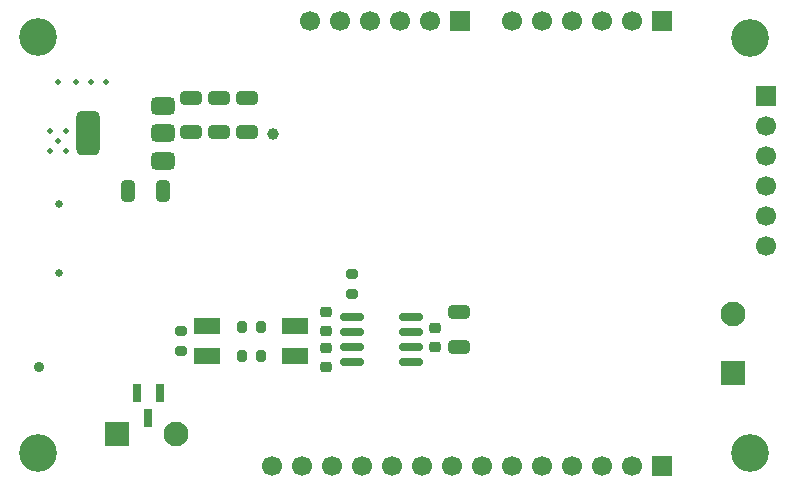
<source format=gbr>
%TF.GenerationSoftware,KiCad,Pcbnew,9.0.2*%
%TF.CreationDate,2025-09-25T10:32:18+03:00*%
%TF.ProjectId,uPIC46,75504943-3436-42e6-9b69-6361645f7063,V0*%
%TF.SameCoordinates,Original*%
%TF.FileFunction,Soldermask,Bot*%
%TF.FilePolarity,Negative*%
%FSLAX46Y46*%
G04 Gerber Fmt 4.6, Leading zero omitted, Abs format (unit mm)*
G04 Created by KiCad (PCBNEW 9.0.2) date 2025-09-25 10:32:18*
%MOMM*%
%LPD*%
G01*
G04 APERTURE LIST*
G04 Aperture macros list*
%AMRoundRect*
0 Rectangle with rounded corners*
0 $1 Rounding radius*
0 $2 $3 $4 $5 $6 $7 $8 $9 X,Y pos of 4 corners*
0 Add a 4 corners polygon primitive as box body*
4,1,4,$2,$3,$4,$5,$6,$7,$8,$9,$2,$3,0*
0 Add four circle primitives for the rounded corners*
1,1,$1+$1,$2,$3*
1,1,$1+$1,$4,$5*
1,1,$1+$1,$6,$7*
1,1,$1+$1,$8,$9*
0 Add four rect primitives between the rounded corners*
20,1,$1+$1,$2,$3,$4,$5,0*
20,1,$1+$1,$4,$5,$6,$7,0*
20,1,$1+$1,$6,$7,$8,$9,0*
20,1,$1+$1,$8,$9,$2,$3,0*%
G04 Aperture macros list end*
%ADD10C,0.900000*%
%ADD11C,0.500000*%
%ADD12RoundRect,0.250001X-0.799999X-0.799999X0.799999X-0.799999X0.799999X0.799999X-0.799999X0.799999X0*%
%ADD13C,2.100000*%
%ADD14R,1.700000X1.700000*%
%ADD15C,1.700000*%
%ADD16C,3.200000*%
%ADD17C,0.650000*%
%ADD18RoundRect,0.250001X0.799999X-0.799999X0.799999X0.799999X-0.799999X0.799999X-0.799999X-0.799999X0*%
%ADD19RoundRect,0.102000X1.000000X0.600000X-1.000000X0.600000X-1.000000X-0.600000X1.000000X-0.600000X0*%
%ADD20RoundRect,0.250000X0.650000X-0.325000X0.650000X0.325000X-0.650000X0.325000X-0.650000X-0.325000X0*%
%ADD21RoundRect,0.225000X0.250000X-0.225000X0.250000X0.225000X-0.250000X0.225000X-0.250000X-0.225000X0*%
%ADD22RoundRect,0.200000X-0.275000X0.200000X-0.275000X-0.200000X0.275000X-0.200000X0.275000X0.200000X0*%
%ADD23C,1.000000*%
%ADD24RoundRect,0.250000X0.325000X0.650000X-0.325000X0.650000X-0.325000X-0.650000X0.325000X-0.650000X0*%
%ADD25RoundRect,0.200000X-0.200000X-0.275000X0.200000X-0.275000X0.200000X0.275000X-0.200000X0.275000X0*%
%ADD26RoundRect,0.150000X0.825000X0.150000X-0.825000X0.150000X-0.825000X-0.150000X0.825000X-0.150000X0*%
%ADD27RoundRect,0.200000X0.275000X-0.200000X0.275000X0.200000X-0.275000X0.200000X-0.275000X-0.200000X0*%
%ADD28RoundRect,0.375000X0.625000X0.375000X-0.625000X0.375000X-0.625000X-0.375000X0.625000X-0.375000X0*%
%ADD29RoundRect,0.500000X0.500000X1.400000X-0.500000X1.400000X-0.500000X-1.400000X0.500000X-1.400000X0*%
%ADD30RoundRect,0.070000X-0.300000X0.650000X-0.300000X-0.650000X0.300000X-0.650000X0.300000X0.650000X0*%
G04 APERTURE END LIST*
D10*
%TO.C,FID3*%
X121080000Y-109040000D03*
%TD*%
D11*
%TO.C,*%
X126700000Y-84900000D03*
%TD*%
D12*
%TO.C,J8*%
X127630000Y-114730000D03*
D13*
X132630000Y-114730000D03*
%TD*%
D14*
%TO.C,J4*%
X173810000Y-79760000D03*
D15*
X171270000Y-79760000D03*
X168730000Y-79760000D03*
X166190000Y-79760000D03*
X163650000Y-79760000D03*
X161110000Y-79760000D03*
%TD*%
D16*
%TO.C,H3*%
X181230000Y-81160000D03*
%TD*%
%TO.C,H4*%
X120950000Y-81100000D03*
%TD*%
D14*
%TO.C,J3*%
X182580000Y-86130000D03*
D15*
X182580000Y-88670000D03*
X182580000Y-91210000D03*
X182580000Y-93750000D03*
X182580000Y-96290000D03*
X182580000Y-98830000D03*
%TD*%
D11*
%TO.C,*%
X124166591Y-84900000D03*
%TD*%
D17*
%TO.C,J1*%
X122725000Y-95270000D03*
X122725000Y-101050000D03*
%TD*%
D14*
%TO.C,J6*%
X156660000Y-79750000D03*
D15*
X154120000Y-79750000D03*
X151580000Y-79750000D03*
X149040000Y-79750000D03*
X146500000Y-79750000D03*
X143960000Y-79750000D03*
%TD*%
D18*
%TO.C,J5*%
X179800000Y-109550000D03*
D13*
X179800000Y-104550000D03*
%TD*%
D11*
%TO.C,*%
X122650000Y-84900000D03*
%TD*%
%TO.C,*%
X123350000Y-89050000D03*
%TD*%
%TO.C,*%
X121950000Y-89050000D03*
%TD*%
%TO.C,*%
X122650000Y-89900000D03*
%TD*%
%TO.C,*%
X121950000Y-90750000D03*
%TD*%
%TO.C,*%
X123350000Y-90750000D03*
%TD*%
D14*
%TO.C,J2*%
X173790000Y-117450000D03*
D15*
X171250000Y-117450000D03*
X168710000Y-117450000D03*
X166170000Y-117450000D03*
X163630000Y-117450000D03*
X161090000Y-117450000D03*
X158550000Y-117450000D03*
X156010000Y-117450000D03*
X153470000Y-117450000D03*
X150930000Y-117450000D03*
X148390000Y-117450000D03*
X145850000Y-117450000D03*
X143310000Y-117450000D03*
X140770000Y-117450000D03*
%TD*%
D11*
%TO.C,*%
X125450000Y-84900000D03*
%TD*%
D16*
%TO.C,H2*%
X181230000Y-116355000D03*
%TD*%
%TO.C,H1*%
X120950000Y-116355000D03*
%TD*%
D19*
%TO.C,L3*%
X142750000Y-105570000D03*
X142750000Y-108110000D03*
X135250000Y-108110000D03*
X135250000Y-105570000D03*
%TD*%
D20*
%TO.C,C57*%
X156640000Y-107355000D03*
X156640000Y-104405000D03*
%TD*%
D21*
%TO.C,C59*%
X145320000Y-105955000D03*
X145320000Y-104405000D03*
%TD*%
%TO.C,C58*%
X154600000Y-107325000D03*
X154600000Y-105775000D03*
%TD*%
%TO.C,C62*%
X145320000Y-109005000D03*
X145320000Y-107455000D03*
%TD*%
D22*
%TO.C,R38*%
X147540000Y-101175000D03*
X147540000Y-102825000D03*
%TD*%
D20*
%TO.C,C18*%
X133940000Y-89175000D03*
X133940000Y-86225000D03*
%TD*%
%TO.C,C10*%
X138660000Y-89180000D03*
X138660000Y-86230000D03*
%TD*%
D23*
%TO.C,TP3*%
X140840000Y-89300000D03*
%TD*%
D24*
%TO.C,C16*%
X131575000Y-94100000D03*
X128625000Y-94100000D03*
%TD*%
D25*
%TO.C,R31*%
X138215000Y-105620000D03*
X139865000Y-105620000D03*
%TD*%
D26*
%TO.C,U9*%
X152505000Y-104825000D03*
X152505000Y-106095000D03*
X152505000Y-107365000D03*
X152505000Y-108635000D03*
X147555000Y-108635000D03*
X147555000Y-107365000D03*
X147555000Y-106095000D03*
X147555000Y-104825000D03*
%TD*%
D27*
%TO.C,R32*%
X133110000Y-107665000D03*
X133110000Y-106015000D03*
%TD*%
D28*
%TO.C,U5*%
X131510000Y-86960000D03*
X131510000Y-89260000D03*
D29*
X125210000Y-89260000D03*
D28*
X131510000Y-91560000D03*
%TD*%
D20*
%TO.C,C19*%
X136290000Y-89185000D03*
X136290000Y-86235000D03*
%TD*%
D30*
%TO.C,D6*%
X129370000Y-111280000D03*
X131270000Y-111280000D03*
X130320000Y-113380000D03*
%TD*%
D25*
%TO.C,R39*%
X138215000Y-108090000D03*
X139865000Y-108090000D03*
%TD*%
M02*

</source>
